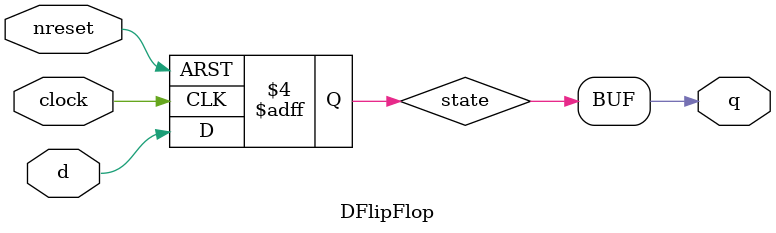
<source format=v>
`timescale 1ns / 1ns


module DFlipFlop(
    output reg q,
    input wire clock,nreset,d
    );

reg state;
initial state=0;

always @(posedge clock or negedge nreset)
begin
    if(nreset)
    state=d;
    else
    state=0;
end
always @(state)
begin
    q=state;
end
endmodule

</source>
